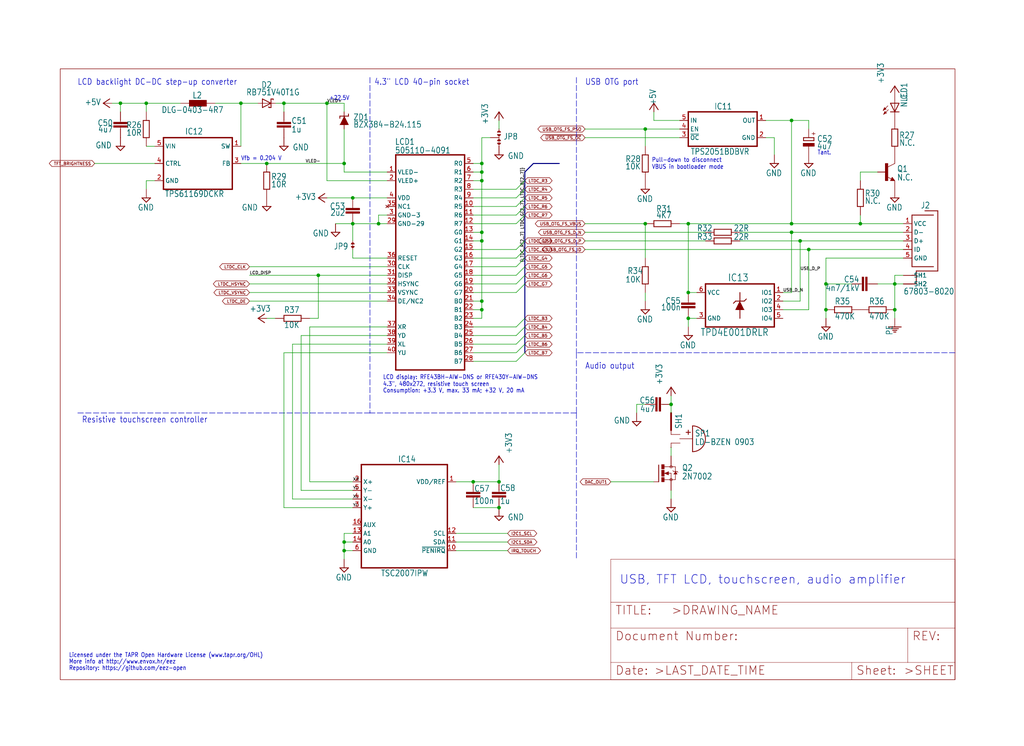
<source format=kicad_sch>
(kicad_sch (version 20211123) (generator eeschema)
  (paper "User" 302.311 220.269)
  (junction (at 83.82 30.48))
  (junction (at 142.24 48.26))
  (junction (at 139.7 142.24))
  (junction (at 78.74 48.26))
  (junction (at 142.24 88.9))
  (junction (at 142.24 53.34))
  (junction (at 243.84 83.82))
  (junction (at 238.76 73.66))
  (junction (at 203.2 86.36))
  (junction (at 101.6 160.02))
  (junction (at 93.98 81.28))
  (junction (at 142.24 71.12))
  (junction (at 96.52 30.48))
  (junction (at 142.24 50.8))
  (junction (at 71.12 30.48))
  (junction (at 254 66.04))
  (junction (at 101.6 48.26))
  (junction (at 264.16 91.44))
  (junction (at 101.6 162.56))
  (junction (at 233.68 66.04))
  (junction (at 264.16 83.82))
  (junction (at 142.24 91.44))
  (junction (at 203.2 66.04))
  (junction (at 243.84 91.44))
  (junction (at 233.68 35.56))
  (junction (at 203.2 93.98))
  (junction (at 147.32 149.86))
  (junction (at 190.5 38.1))
  (junction (at 43.18 30.48))
  (junction (at 104.14 58.42))
  (junction (at 236.22 71.12))
  (junction (at 147.32 142.24))
  (junction (at 111.76 66.04))
  (junction (at 104.14 66.04))
  (junction (at 198.12 119.38))
  (junction (at 190.5 66.04))
  (junction (at 233.68 68.58))
  (junction (at 35.56 30.48))
  (junction (at 142.24 68.58))
  (bus_entry (at 152.4 78.74) (size 2.54 -2.54))
  (bus_entry (at 152.4 104.14) (size 2.54 -2.54))
  (bus_entry (at 152.4 55.88) (size 2.54 -2.54))
  (bus_entry (at 152.4 83.82) (size 2.54 -2.54))
  (bus_entry (at 152.4 60.96) (size 2.54 -2.54))
  (bus_entry (at 152.4 106.68) (size 2.54 -2.54))
  (bus_entry (at 152.4 76.2) (size 2.54 -2.54))
  (bus_entry (at 152.4 73.66) (size 2.54 -2.54))
  (bus_entry (at 152.4 63.5) (size 2.54 -2.54))
  (bus_entry (at 152.4 86.36) (size 2.54 -2.54))
  (bus_entry (at 152.4 58.42) (size 2.54 -2.54))
  (bus_entry (at 152.4 96.52) (size 2.54 -2.54))
  (bus_entry (at 152.4 99.06) (size 2.54 -2.54))
  (bus_entry (at 152.4 66.04) (size 2.54 -2.54))
  (bus_entry (at 152.4 101.6) (size 2.54 -2.54))
  (bus_entry (at 152.4 81.28) (size 2.54 -2.54))
  (wire (pts (xy 259.08 50.8) (xy 254 50.8)))
  (wire (pts (xy 243.84 76.2) (xy 243.84 83.82)))
  (wire (pts (xy 134.62 142.24) (xy 139.7 142.24)))
  (bus (pts (xy 154.94 96.52) (xy 154.94 99.06)))
  (wire (pts (xy 200.66 66.04) (xy 203.2 66.04)))
  (polyline (pts (xy 281.94 104.14) (xy 170.18 104.14)))
  (wire (pts (xy 73.66 81.28) (xy 93.98 81.28)))
  (wire (pts (xy 226.06 40.64) (xy 228.6 40.64)))
  (wire (pts (xy 233.68 35.56) (xy 238.76 35.56)))
  (wire (pts (xy 88.9 144.78) (xy 88.9 99.06)))
  (wire (pts (xy 139.7 73.66) (xy 152.4 73.66)))
  (wire (pts (xy 101.6 38.1) (xy 101.6 48.26)))
  (bus (pts (xy 154.94 81.28) (xy 154.94 83.82)))
  (wire (pts (xy 111.76 66.04) (xy 111.76 63.5)))
  (wire (pts (xy 78.74 93.98) (xy 81.28 93.98)))
  (wire (pts (xy 200.66 38.1) (xy 190.5 38.1)))
  (wire (pts (xy 139.7 60.96) (xy 152.4 60.96)))
  (bus (pts (xy 154.94 63.5) (xy 154.94 71.12)))
  (polyline (pts (xy 109.22 121.92) (xy 22.86 121.92)))
  (wire (pts (xy 172.72 66.04) (xy 190.5 66.04)))
  (wire (pts (xy 205.74 86.36) (xy 203.2 86.36)))
  (wire (pts (xy 139.7 88.9) (xy 142.24 88.9)))
  (wire (pts (xy 172.72 73.66) (xy 238.76 73.66)))
  (wire (pts (xy 139.7 71.12) (xy 142.24 71.12)))
  (wire (pts (xy 139.7 78.74) (xy 152.4 78.74)))
  (bus (pts (xy 154.94 60.96) (xy 154.94 63.5)))
  (wire (pts (xy 243.84 91.44) (xy 243.84 93.98)))
  (wire (pts (xy 139.7 66.04) (xy 152.4 66.04)))
  (wire (pts (xy 81.28 30.48) (xy 83.82 30.48)))
  (wire (pts (xy 203.2 93.98) (xy 203.2 96.52)))
  (wire (pts (xy 101.6 48.26) (xy 101.6 50.8)))
  (wire (pts (xy 91.44 96.52) (xy 114.3 96.52)))
  (bus (pts (xy 154.94 55.88) (xy 154.94 58.42)))
  (wire (pts (xy 114.3 83.82) (xy 73.66 83.82)))
  (wire (pts (xy 86.36 147.32) (xy 86.36 101.6)))
  (wire (pts (xy 83.82 104.14) (xy 83.82 149.86)))
  (wire (pts (xy 104.14 160.02) (xy 101.6 160.02)))
  (wire (pts (xy 96.52 53.34) (xy 96.52 30.48)))
  (wire (pts (xy 238.76 35.56) (xy 238.76 38.1)))
  (wire (pts (xy 264.16 91.44) (xy 264.16 83.82)))
  (wire (pts (xy 266.7 81.28) (xy 264.16 81.28)))
  (polyline (pts (xy 170.18 104.14) (xy 170.18 121.92)))
  (wire (pts (xy 43.18 33.02) (xy 43.18 30.48)))
  (wire (pts (xy 142.24 68.58) (xy 142.24 53.34)))
  (wire (pts (xy 139.7 86.36) (xy 152.4 86.36)))
  (wire (pts (xy 86.36 101.6) (xy 114.3 101.6)))
  (wire (pts (xy 147.32 35.56) (xy 147.32 38.1)))
  (wire (pts (xy 142.24 53.34) (xy 142.24 50.8)))
  (wire (pts (xy 231.14 91.44) (xy 238.76 91.44)))
  (wire (pts (xy 266.7 83.82) (xy 264.16 83.82)))
  (wire (pts (xy 139.7 53.34) (xy 142.24 53.34)))
  (wire (pts (xy 254 50.8) (xy 254 53.34)))
  (wire (pts (xy 101.6 162.56) (xy 101.6 165.1)))
  (wire (pts (xy 142.24 40.64) (xy 142.24 48.26)))
  (wire (pts (xy 198.12 134.62) (xy 198.12 132.08)))
  (wire (pts (xy 139.7 48.26) (xy 142.24 48.26)))
  (wire (pts (xy 233.68 66.04) (xy 254 66.04)))
  (wire (pts (xy 134.62 157.48) (xy 149.86 157.48)))
  (wire (pts (xy 254 63.5) (xy 254 66.04)))
  (wire (pts (xy 266.7 76.2) (xy 243.84 76.2)))
  (wire (pts (xy 139.7 149.86) (xy 147.32 149.86)))
  (bus (pts (xy 154.94 93.98) (xy 154.94 96.52)))
  (wire (pts (xy 254 66.04) (xy 266.7 66.04)))
  (wire (pts (xy 104.14 147.32) (xy 86.36 147.32)))
  (wire (pts (xy 101.6 50.8) (xy 114.3 50.8)))
  (wire (pts (xy 139.7 68.58) (xy 142.24 68.58)))
  (wire (pts (xy 104.14 66.04) (xy 99.06 66.04)))
  (wire (pts (xy 200.66 40.64) (xy 172.72 40.64)))
  (wire (pts (xy 190.5 76.2) (xy 190.5 66.04)))
  (wire (pts (xy 114.3 88.9) (xy 73.66 88.9)))
  (wire (pts (xy 142.24 88.9) (xy 142.24 71.12)))
  (bus (pts (xy 157.48 48.26) (xy 165.1 48.26)))
  (wire (pts (xy 139.7 83.82) (xy 152.4 83.82)))
  (wire (pts (xy 104.14 142.24) (xy 91.44 142.24)))
  (wire (pts (xy 101.6 160.02) (xy 101.6 162.56)))
  (polyline (pts (xy 170.18 121.92) (xy 109.22 121.92)))
  (bus (pts (xy 154.94 78.74) (xy 154.94 81.28)))
  (wire (pts (xy 93.98 81.28) (xy 93.98 93.98)))
  (wire (pts (xy 228.6 40.64) (xy 228.6 45.72)))
  (wire (pts (xy 218.44 71.12) (xy 236.22 71.12)))
  (wire (pts (xy 264.16 83.82) (xy 264.16 81.28)))
  (wire (pts (xy 104.14 66.04) (xy 111.76 66.04)))
  (wire (pts (xy 101.6 162.56) (xy 104.14 162.56)))
  (wire (pts (xy 114.3 78.74) (xy 73.66 78.74)))
  (wire (pts (xy 104.14 58.42) (xy 96.52 58.42)))
  (wire (pts (xy 45.72 48.26) (xy 27.94 48.26)))
  (wire (pts (xy 243.84 83.82) (xy 243.84 91.44)))
  (wire (pts (xy 114.3 58.42) (xy 104.14 58.42)))
  (wire (pts (xy 139.7 58.42) (xy 152.4 58.42)))
  (wire (pts (xy 139.7 142.24) (xy 147.32 142.24)))
  (wire (pts (xy 142.24 71.12) (xy 142.24 68.58)))
  (wire (pts (xy 205.74 93.98) (xy 203.2 93.98)))
  (bus (pts (xy 154.94 76.2) (xy 154.94 78.74)))
  (wire (pts (xy 139.7 76.2) (xy 152.4 76.2)))
  (wire (pts (xy 134.62 162.56) (xy 149.86 162.56)))
  (wire (pts (xy 142.24 48.26) (xy 142.24 50.8)))
  (wire (pts (xy 83.82 104.14) (xy 114.3 104.14)))
  (wire (pts (xy 43.18 43.18) (xy 45.72 43.18)))
  (wire (pts (xy 101.6 157.48) (xy 101.6 160.02)))
  (polyline (pts (xy 170.18 22.86) (xy 170.18 104.14)))
  (wire (pts (xy 203.2 66.04) (xy 203.2 86.36)))
  (wire (pts (xy 114.3 63.5) (xy 111.76 63.5)))
  (wire (pts (xy 142.24 93.98) (xy 142.24 91.44)))
  (wire (pts (xy 114.3 86.36) (xy 73.66 86.36)))
  (wire (pts (xy 78.74 48.26) (xy 101.6 48.26)))
  (bus (pts (xy 154.94 53.34) (xy 154.94 55.88)))
  (wire (pts (xy 200.66 35.56) (xy 193.04 35.56)))
  (wire (pts (xy 139.7 55.88) (xy 152.4 55.88)))
  (wire (pts (xy 139.7 99.06) (xy 152.4 99.06)))
  (wire (pts (xy 190.5 119.38) (xy 187.96 119.38)))
  (wire (pts (xy 114.3 53.34) (xy 96.52 53.34)))
  (wire (pts (xy 139.7 106.68) (xy 152.4 106.68)))
  (wire (pts (xy 71.12 43.18) (xy 71.12 30.48)))
  (wire (pts (xy 190.5 38.1) (xy 172.72 38.1)))
  (wire (pts (xy 218.44 68.58) (xy 233.68 68.58)))
  (wire (pts (xy 43.18 53.34) (xy 43.18 55.88)))
  (bus (pts (xy 154.94 50.8) (xy 154.94 53.34)))
  (wire (pts (xy 187.96 121.92) (xy 187.96 119.38)))
  (polyline (pts (xy 170.18 121.92) (xy 170.18 165.1)))
  (wire (pts (xy 236.22 71.12) (xy 266.7 71.12)))
  (wire (pts (xy 83.82 30.48) (xy 96.52 30.48)))
  (wire (pts (xy 71.12 48.26) (xy 78.74 48.26)))
  (wire (pts (xy 104.14 71.12) (xy 104.14 66.04)))
  (wire (pts (xy 134.62 160.02) (xy 149.86 160.02)))
  (wire (pts (xy 93.98 93.98) (xy 91.44 93.98)))
  (wire (pts (xy 259.08 83.82) (xy 264.16 83.82)))
  (wire (pts (xy 208.28 68.58) (xy 172.72 68.58)))
  (wire (pts (xy 172.72 71.12) (xy 208.28 71.12)))
  (wire (pts (xy 139.7 91.44) (xy 142.24 91.44)))
  (wire (pts (xy 238.76 91.44) (xy 238.76 73.66)))
  (wire (pts (xy 101.6 30.48) (xy 101.6 33.02)))
  (wire (pts (xy 233.68 86.36) (xy 233.68 68.58)))
  (wire (pts (xy 104.14 149.86) (xy 83.82 149.86)))
  (wire (pts (xy 104.14 73.66) (xy 104.14 76.2)))
  (wire (pts (xy 139.7 81.28) (xy 152.4 81.28)))
  (wire (pts (xy 142.24 91.44) (xy 142.24 88.9)))
  (wire (pts (xy 35.56 33.02) (xy 35.56 30.48)))
  (bus (pts (xy 154.94 50.8) (xy 157.48 48.26)))
  (wire (pts (xy 104.14 144.78) (xy 88.9 144.78)))
  (wire (pts (xy 264.16 93.98) (xy 264.16 91.44)))
  (wire (pts (xy 193.04 142.24) (xy 180.34 142.24)))
  (bus (pts (xy 154.94 58.42) (xy 154.94 60.96)))
  (wire (pts (xy 231.14 88.9) (xy 236.22 88.9)))
  (wire (pts (xy 198.12 147.32) (xy 198.12 144.78)))
  (wire (pts (xy 139.7 96.52) (xy 152.4 96.52)))
  (wire (pts (xy 104.14 76.2) (xy 114.3 76.2)))
  (wire (pts (xy 45.72 53.34) (xy 43.18 53.34)))
  (bus (pts (xy 154.94 99.06) (xy 154.94 101.6)))
  (wire (pts (xy 236.22 88.9) (xy 236.22 71.12)))
  (wire (pts (xy 233.68 35.56) (xy 233.68 66.04)))
  (wire (pts (xy 139.7 50.8) (xy 142.24 50.8)))
  (wire (pts (xy 111.76 66.04) (xy 114.3 66.04)))
  (wire (pts (xy 35.56 30.48) (xy 43.18 30.48)))
  (wire (pts (xy 63.5 30.48) (xy 71.12 30.48)))
  (wire (pts (xy 198.12 119.38) (xy 198.12 116.84)))
  (wire (pts (xy 43.18 30.48) (xy 53.34 30.48)))
  (wire (pts (xy 198.12 121.92) (xy 198.12 119.38)))
  (wire (pts (xy 190.5 43.18) (xy 190.5 38.1)))
  (wire (pts (xy 193.04 35.56) (xy 193.04 33.02)))
  (wire (pts (xy 233.68 68.58) (xy 266.7 68.58)))
  (wire (pts (xy 35.56 30.48) (xy 33.02 30.48)))
  (wire (pts (xy 238.76 73.66) (xy 266.7 73.66)))
  (bus (pts (xy 154.94 71.12) (xy 154.94 73.66)))
  (wire (pts (xy 139.7 101.6) (xy 152.4 101.6)))
  (bus (pts (xy 154.94 73.66) (xy 154.94 76.2)))
  (wire (pts (xy 226.06 35.56) (xy 233.68 35.56)))
  (wire (pts (xy 139.7 63.5) (xy 152.4 63.5)))
  (wire (pts (xy 144.78 40.64) (xy 142.24 40.64)))
  (wire (pts (xy 71.12 30.48) (xy 76.2 30.48)))
  (wire (pts (xy 83.82 30.48) (xy 83.82 33.02)))
  (bus (pts (xy 154.94 83.82) (xy 154.94 93.98)))
  (wire (pts (xy 203.2 66.04) (xy 233.68 66.04)))
  (wire (pts (xy 114.3 81.28) (xy 93.98 81.28)))
  (wire (pts (xy 190.5 88.9) (xy 190.5 86.36)))
  (wire (pts (xy 251.46 83.82) (xy 243.84 83.82)))
  (wire (pts (xy 91.44 142.24) (xy 91.44 96.52)))
  (bus (pts (xy 154.94 101.6) (xy 154.94 104.14)))
  (wire (pts (xy 139.7 104.14) (xy 152.4 104.14)))
  (wire (pts (xy 104.14 157.48) (xy 101.6 157.48)))
  (wire (pts (xy 139.7 93.98) (xy 142.24 93.98)))
  (wire (pts (xy 88.9 99.06) (xy 114.3 99.06)))
  (wire (pts (xy 231.14 86.36) (xy 233.68 86.36)))
  (wire (pts (xy 147.32 142.24) (xy 147.32 137.16)))
  (polyline (pts (xy 109.22 22.86) (xy 109.22 121.92)))
  (wire (pts (xy 96.52 30.48) (xy 101.6 30.48)))
  (text "Resistive touchscreen controller" (at 24.13 125.095 180) (effects (font (size 1.778 1.5113)) (justify left bottom)))
  (text "Tant." (at 241.3 44.45 180) (effects (font (size 1.27 1.0795)) (justify left top)))
  (text "+22.5V" (at 97.155 29.845 180) (effects (font (size 1.27 1.0795)) (justify left bottom)))
  (text "Audio output" (at 172.72 109.22 180) (effects (font (size 1.778 1.5113)) (justify left bottom)))
  (text "Licensed under the TAPR Open Hardware License (www.tapr.org/OHL)" (at 20.32 194.31 180) (effects (font (size 1.27 1.0795)) (justify left bottom)))
  (text "Pull-down to disconnect\nVBUS in bootloader mode" (at 192.405 50.165 180) (effects (font (size 1.27 1.0795)) (justify left bottom)))
  (text "LCD backlight DC-DC step-up converter" (at 22.86 25.4 180) (effects (font (size 1.778 1.5113)) (justify left bottom)))
  (text "USB, TFT LCD, touchscreen, audio amplifier" (at 182.88 172.72 180) (effects (font (size 2.54 2.54)) (justify left bottom)))
  (text "LCD display: RFE43BH-AIW-DNS or RFE430Y-AIW-DNS\n4.3\", 480x272, resistive touch screen" (at 113.03 114.3 180) (effects (font (size 1.27 1.0795)) (justify left bottom)))
  (text "Repository: https://github.com/eez-open" (at 20.32 198.12 180) (effects (font (size 1.27 1.0795)) (justify left bottom)))
  (text "Vfb = 0.204 V" (at 71.12 47.625 180) (effects (font (size 1.27 1.0795)) (justify left bottom)))
  (text "More info at http://www.envox.hr/eez" (at 20.32 196.215 180) (effects (font (size 1.27 1.0795)) (justify left bottom)))
  (text "USB OTG port" (at 172.72 25.4 180) (effects (font (size 1.778 1.5113)) (justify left bottom)))
  (text "Consumption: +3.3 V, max. 33 mA; +32 V, 20 mA" (at 113.03 116.205 180) (effects (font (size 1.27 1.0795)) (justify left bottom)))
  (text "4.3\" LCD 40-pin socket" (at 110.49 25.4 180) (effects (font (size 1.778 1.5113)) (justify left bottom)))
  (label "{LTDC_R[2..7] LTDC_G[2..7] LTDC_B[2..7]}" (at 154.94 77.47 90) (effects (font (size 0.889 0.889))))
  (label "USB_D_N" (at 231.14 86.36 0) (effects (font (size 0.889 0.889))))
  (label "XL" (at 104.14 147.32 0) (effects (font (size 0.889 0.889))))
  (label "LCD_DISP" (at 73.66 81.28 0) (effects (font (size 0.889 0.889))))
  (label "VLED-" (at 90.17 48.26 0) (effects (font (size 0.889 0.889))))
  (label "YD" (at 104.14 144.78 0) (effects (font (size 0.889 0.889))))
  (label "USB_D_P" (at 236.22 80.01 0) (effects (font (size 0.889 0.889))))
  (label "VLED+" (at 96.52 30.48 0) (effects (font (size 0.889 0.889))))
  (label "YU" (at 104.14 149.86 0) (effects (font (size 0.889 0.889))))
  (label "XR" (at 104.14 142.24 0) (effects (font (size 0.889 0.889))))
  (global_label "LTDC_HSYNC" (shape bidirectional) (at 73.66 83.82 180) (effects (font (size 0.889 0.889))) (property "Intersheet References" "${INTERSHEET_REFS}" (effects hide)))
  (global_label "LTDC_G4" (shape bidirectional) (at 154.94 76.2 0) (effects (font (size 0.889 0.889))) (property "Intersheet References" "${INTERSHEET_REFS}" (effects hide)))
  (global_label "LTDC_G2" (shape bidirectional) (at 154.94 71.12 0) (effects (font (size 0.889 0.889))) (property "Intersheet References" "${INTERSHEET_REFS}" (effects hide)))
  (global_label "LTDC_R6" (shape bidirectional) (at 154.94 60.96 0) (effects (font (size 0.889 0.889))) (property "Intersheet References" "${INTERSHEET_REFS}" (effects hide)))
  (global_label "USB_OTG_FS_ID" (shape bidirectional) (at 172.72 73.66 180) (effects (font (size 0.889 0.889))) (property "Intersheet References" "${INTERSHEET_REFS}" (effects hide)))
  (global_label "LTDC_B3" (shape bidirectional) (at 154.94 93.98 0) (effects (font (size 0.889 0.889))) (property "Intersheet References" "${INTERSHEET_REFS}" (effects hide)))
  (global_label "USB_OTG_FS_D_P" (shape bidirectional) (at 172.72 71.12 180) (effects (font (size 0.889 0.889))) (property "Intersheet References" "${INTERSHEET_REFS}" (effects hide)))
  (global_label "LTDC_CLK" (shape bidirectional) (at 73.66 78.74 180) (effects (font (size 0.889 0.889))) (property "Intersheet References" "${INTERSHEET_REFS}" (effects hide)))
  (global_label "~{USB_OTG_FS_OC}" (shape bidirectional) (at 172.72 40.64 180) (effects (font (size 0.889 0.889))) (property "Intersheet References" "${INTERSHEET_REFS}" (effects hide)))
  (global_label "LTDC_R3" (shape bidirectional) (at 154.94 53.34 0) (effects (font (size 0.889 0.889))) (property "Intersheet References" "${INTERSHEET_REFS}" (effects hide)))
  (global_label "LTDC_R5" (shape bidirectional) (at 154.94 58.42 0) (effects (font (size 0.889 0.889))) (property "Intersheet References" "${INTERSHEET_REFS}" (effects hide)))
  (global_label "USB_OTG_FS_PSO" (shape bidirectional) (at 172.72 38.1 180) (effects (font (size 0.889 0.889))) (property "Intersheet References" "${INTERSHEET_REFS}" (effects hide)))
  (global_label "LTDC_DE" (shape bidirectional) (at 73.66 88.9 180) (effects (font (size 0.889 0.889))) (property "Intersheet References" "${INTERSHEET_REFS}" (effects hide)))
  (global_label "TFT_BRIGHTNESS" (shape bidirectional) (at 27.94 48.26 180) (effects (font (size 0.889 0.889))) (property "Intersheet References" "${INTERSHEET_REFS}" (effects hide)))
  (global_label "USB_OTG_FS_D_N" (shape bidirectional) (at 172.72 68.58 180) (effects (font (size 0.889 0.889))) (property "Intersheet References" "${INTERSHEET_REFS}" (effects hide)))
  (global_label "LTDC_G3" (shape bidirectional) (at 154.94 73.66 0) (effects (font (size 0.889 0.889))) (property "Intersheet References" "${INTERSHEET_REFS}" (effects hide)))
  (global_label "LTDC_B4" (shape bidirectional) (at 154.94 96.52 0) (effects (font (size 0.889 0.889))) (property "Intersheet References" "${INTERSHEET_REFS}" (effects hide)))
  (global_label "LTDC_B6" (shape bidirectional) (at 154.94 101.6 0) (effects (font (size 0.889 0.889))) (property "Intersheet References" "${INTERSHEET_REFS}" (effects hide)))
  (global_label "LTDC_G5" (shape bidirectional) (at 154.94 78.74 0) (effects (font (size 0.889 0.889))) (property "Intersheet References" "${INTERSHEET_REFS}" (effects hide)))
  (global_label "LTDC_G6" (shape bidirectional) (at 154.94 81.28 0) (effects (font (size 0.889 0.889))) (property "Intersheet References" "${INTERSHEET_REFS}" (effects hide)))
  (global_label "LTDC_B7" (shape bidirectional) (at 154.94 104.14 0) (effects (font (size 0.889 0.889))) (property "Intersheet References" "${INTERSHEET_REFS}" (effects hide)))
  (global_label "LTDC_G7" (shape bidirectional) (at 154.94 83.82 0) (effects (font (size 0.889 0.889))) (property "Intersheet References" "${INTERSHEET_REFS}" (effects hide)))
  (global_label "LTDC_R4" (shape bidirectional) (at 154.94 55.88 0) (effects (font (size 0.889 0.889))) (property "Intersheet References" "${INTERSHEET_REFS}" (effects hide)))
  (global_label "I2C1_SDA" (shape bidirectional) (at 149.86 160.02 0) (effects (font (size 0.889 0.889))) (property "Intersheet References" "${INTERSHEET_REFS}" (effects hide)))
  (global_label "LTDC_R7" (shape bidirectional) (at 154.94 63.5 0) (effects (font (size 0.889 0.889))) (property "Intersheet References" "${INTERSHEET_REFS}" (effects hide)))
  (global_label "LTDC_B5" (shape bidirectional) (at 154.94 99.06 0) (effects (font (size 0.889 0.889))) (property "Intersheet References" "${INTERSHEET_REFS}" (effects hide)))
  (global_label "LTDC_VSYNC" (shape bidirectional) (at 73.66 86.36 180) (effects (font (size 0.889 0.889))) (property "Intersheet References" "${INTERSHEET_REFS}" (effects hide)))
  (global_label "DAC_OUT1" (shape bidirectional) (at 180.34 142.24 180) (effects (font (size 0.889 0.889))) (property "Intersheet References" "${INTERSHEET_REFS}" (effects hide)))
  (global_label "IRQ_TOUCH" (shape bidirectional) (at 149.86 162.56 0) (effects (font (size 0.889 0.889))) (property "Intersheet References" "${INTERSHEET_REFS}" (effects hide)))
  (global_label "USB_OTG_FS_VBUS" (shape bidirectional) (at 172.72 66.04 180) (effects (font (size 0.889 0.889))) (property "Intersheet References" "${INTERSHEET_REFS}" (effects hide)))
  (global_label "I2C1_SCL" (shape bidirectional) (at 149.86 157.48 0) (effects (font (size 0.889 0.889))) (property "Intersheet References" "${INTERSHEET_REFS}" (effects hide)))
  (symbol (lib_id "EEZ_DIB_MCU_r3B4-eagle-import:GND") (at 198.12 149.86 0) (unit 1)
    (property "Reference" "#SUPPLY061" (effects hide))
    (property "Value" "GND" (at 195.58 153.67 0) (effects (font (size 1.778 1.5113)) (justify left bottom)))
    (property "Footprint" "EEZ_DIB_MCU_r3B4:" (effects hide))
  )
  (symbol (lib_id "EEZ_DIB_MCU_r3B4-eagle-import:C-EUC0805") (at 83.82 35.56 0) (mirror y) (unit 1)
    (property "Reference" "C51" (at 85.979 34.671 0) (effects (font (size 1.778 1.5113)) (justify right top)))
    (property "Value" "1u" (at 85.979 37.211 0) (effects (font (size 1.778 1.5113)) (justify right top)))
    (property "Footprint" "EEZ_DIB_MCU_r3B4:C0805" (effects hide))
  )
  (symbol (lib_id "EEZ_DIB_MCU_r3B4-eagle-import:GND") (at 243.84 96.52 0) (unit 1)
    (property "Reference" "#SUPPLY058" (effects hide))
    (property "Value" "GND" (at 241.3 100.33 0) (effects (font (size 1.778 1.5113)) (justify left bottom)))
    (property "Footprint" "EEZ_DIB_MCU_r3B4:" (effects hide))
  )
  (symbol (lib_id "EEZ_DIB_MCU_r3B4-eagle-import:R-EU_R0805") (at 259.08 91.44 180) (unit 1)
    (property "Reference" "R36" (at 256.54 89.916 0) (effects (font (size 1.778 1.5113)) (justify right top)))
    (property "Value" "470K" (at 256.54 94.361 0) (effects (font (size 1.778 1.5113)) (justify right top)))
    (property "Footprint" "EEZ_DIB_MCU_r3B4:R0805" (effects hide))
  )
  (symbol (lib_id "EEZ_DIB_MCU_r3B4-eagle-import:RFE430Y-AIW-DNS") (at 127 76.2 0) (mirror y) (unit 1)
    (property "Reference" "LCD1" (at 116.5606 40.8686 0) (effects (font (size 1.778 1.5113)) (justify right top)))
    (property "Value" "505110-4091" (at 116.5606 43.4086 0) (effects (font (size 1.778 1.5113)) (justify right top)))
    (property "Footprint" "EEZ_DIB_MCU_r3B4:FPC_40" (effects hide))
  )
  (symbol (lib_id "EEZ_DIB_MCU_r3B4-eagle-import:R-EU_R0805") (at 264.16 40.64 270) (mirror x) (unit 1)
    (property "Reference" "R27" (at 265.43 38.9636 90) (effects (font (size 1.778 1.5113)) (justify left bottom)))
    (property "Value" "N.C." (at 265.43 41.148 90) (effects (font (size 1.778 1.5113)) (justify left bottom)))
    (property "Footprint" "EEZ_DIB_MCU_r3B4:R0805" (effects hide))
  )
  (symbol (lib_id "EEZ_DIB_MCU_r3B4-eagle-import:+3V3") (at 76.2 93.98 90) (unit 1)
    (property "Reference" "#+3V0328" (effects hide))
    (property "Value" "+3V3" (at 73.66 92.075 90) (effects (font (size 1.778 1.5113)) (justify right top)))
    (property "Footprint" "EEZ_DIB_MCU_r3B4:" (effects hide))
  )
  (symbol (lib_id "EEZ_DIB_MCU_r3B4-eagle-import:GND") (at 187.96 124.46 0) (unit 1)
    (property "Reference" "#SUPPLY060" (effects hide))
    (property "Value" "GND" (at 186.055 125.095 0) (effects (font (size 1.778 1.5113)) (justify right bottom)))
    (property "Footprint" "EEZ_DIB_MCU_r3B4:" (effects hide))
  )
  (symbol (lib_id "EEZ_DIB_MCU_r3B4-eagle-import:R-EU_R0805") (at 86.36 93.98 180) (unit 1)
    (property "Reference" "R37" (at 83.82 92.456 0) (effects (font (size 1.778 1.5113)) (justify right top)))
    (property "Value" "10K" (at 83.82 96.901 0) (effects (font (size 1.778 1.5113)) (justify right top)))
    (property "Footprint" "EEZ_DIB_MCU_r3B4:R0805" (effects hide))
  )
  (symbol (lib_id "EEZ_DIB_MCU_r3B4-eagle-import:R-EU_R0805") (at 254 58.42 270) (mirror x) (unit 1)
    (property "Reference" "R30" (at 255.27 56.1086 90) (effects (font (size 1.778 1.5113)) (justify left bottom)))
    (property "Value" "N.C." (at 255.27 58.293 90) (effects (font (size 1.778 1.5113)) (justify left bottom)))
    (property "Footprint" "EEZ_DIB_MCU_r3B4:R0805" (effects hide))
  )
  (symbol (lib_id "EEZ_DIB_MCU_r3B4-eagle-import:LD-BZEN-COMBO") (at 203.2 129.54 0) (unit 1)
    (property "Reference" "SP1" (at 205.105 128.905 0) (effects (font (size 1.778 1.5113)) (justify left bottom)))
    (property "Value" "LD-BZEN 0903" (at 205.105 131.445 0) (effects (font (size 1.778 1.5113)) (justify left bottom)))
    (property "Footprint" "EEZ_DIB_MCU_r3B4:LD-BZEN_COMBO" (effects hide))
  )
  (symbol (lib_id "EEZ_DIB_MCU_r3B4-eagle-import:TPD4E001-DRL") (at 218.44 88.9 0) (mirror y) (unit 1)
    (property "Reference" "IC13" (at 221.107 83.1088 0) (effects (font (size 2.0828 1.7703)) (justify left bottom)))
    (property "Value" "TPD4E001DRLR" (at 227.0252 99.2378 0) (effects (font (size 2.0828 1.7703)) (justify left bottom)))
    (property "Footprint" "EEZ_DIB_MCU_r3B4:DRL6" (effects hide))
  )
  (symbol (lib_id "EEZ_DIB_MCU_r3B4-eagle-import:DINA4_L") (at 180.34 200.66 0) (unit 2)
    (property "Reference" "#FRAME4" (effects hide))
    (property "Value" "DINA4_L" (effects hide))
    (property "Footprint" "EEZ_DIB_MCU_r3B4:" (effects hide))
  )
  (symbol (lib_id "EEZ_DIB_MCU_r3B4-eagle-import:+3V3") (at 264.16 25.4 0) (unit 1)
    (property "Reference" "#+3V0325" (effects hide))
    (property "Value" "+3V3" (at 260.985 24.765 90) (effects (font (size 1.778 1.5113)) (justify left bottom)))
    (property "Footprint" "EEZ_DIB_MCU_r3B4:" (effects hide))
  )
  (symbol (lib_id "EEZ_DIB_MCU_r3B4-eagle-import:R-EU_R0805") (at 213.36 71.12 0) (mirror y) (unit 1)
    (property "Reference" "R33" (at 205.74 70.866 0) (effects (font (size 1.778 1.5113)) (justify right bottom)))
    (property "Value" "22R" (at 216.535 70.866 0) (effects (font (size 1.778 1.5113)) (justify right bottom)))
    (property "Footprint" "EEZ_DIB_MCU_r3B4:R0805" (effects hide))
  )
  (symbol (lib_id "EEZ_DIB_MCU_r3B4-eagle-import:GND") (at 43.18 58.42 0) (unit 1)
    (property "Reference" "#SUPPLY053" (effects hide))
    (property "Value" "GND" (at 40.64 62.23 0) (effects (font (size 1.778 1.5113)) (justify left bottom)))
    (property "Footprint" "EEZ_DIB_MCU_r3B4:" (effects hide))
  )
  (symbol (lib_id "EEZ_DIB_MCU_r3B4-eagle-import:+5V") (at 30.48 30.48 90) (mirror x) (unit 1)
    (property "Reference" "#P+07" (effects hide))
    (property "Value" "+5V" (at 29.845 31.115 90) (effects (font (size 1.778 1.5113)) (justify left bottom)))
    (property "Footprint" "EEZ_DIB_MCU_r3B4:" (effects hide))
  )
  (symbol (lib_id "EEZ_DIB_MCU_r3B4-eagle-import:SHORTNOHOLE") (at 198.12 124.46 270) (mirror x) (unit 1)
    (property "Reference" "SH1" (at 199.39 126.6825 0) (effects (font (size 1.778 1.5113)) (justify left bottom)))
    (property "Footprint" "EEZ_DIB_MCU_r3B4:SHORT_NOHOLE" (effects hide))
  )
  (symbol (lib_id "EEZ_DIB_MCU_r3B4-eagle-import:GND") (at 101.6 167.64 0) (unit 1)
    (property "Reference" "#SUPPLY063" (effects hide))
    (property "Value" "GND" (at 99.06 171.45 0) (effects (font (size 1.778 1.5113)) (justify left bottom)))
    (property "Footprint" "EEZ_DIB_MCU_r3B4:" (effects hide))
  )
  (symbol (lib_id "EEZ_DIB_MCU_r3B4-eagle-import:R-EU_R0805") (at 248.92 91.44 180) (unit 1)
    (property "Reference" "R35" (at 246.38 89.916 0) (effects (font (size 1.778 1.5113)) (justify right top)))
    (property "Value" "470K" (at 246.38 94.361 0) (effects (font (size 1.778 1.5113)) (justify right top)))
    (property "Footprint" "EEZ_DIB_MCU_r3B4:R0805" (effects hide))
  )
  (symbol (lib_id "EEZ_DIB_MCU_r3B4-eagle-import:C-EUC0603") (at 139.7 147.32 0) (mirror x) (unit 1)
    (property "Reference" "C57" (at 139.954 143.256 0) (effects (font (size 1.778 1.5113)) (justify left bottom)))
    (property "Value" "100n" (at 139.954 148.844 0) (effects (font (size 1.778 1.5113)) (justify left top)))
    (property "Footprint" "EEZ_DIB_MCU_r3B4:C0603" (effects hide))
  )
  (symbol (lib_id "EEZ_DIB_MCU_r3B4-eagle-import:PE") (at 264.16 96.52 0) (unit 1)
    (property "Reference" "#PE02" (effects hide))
    (property "Value" "PE" (at 261.62 95.885 90) (effects (font (size 1.778 1.5113)) (justify right top)))
    (property "Footprint" "EEZ_DIB_MCU_r3B4:" (effects hide))
  )
  (symbol (lib_id "EEZ_DIB_MCU_r3B4-eagle-import:R-EU_R0805") (at 195.58 66.04 0) (mirror y) (unit 1)
    (property "Reference" "R31" (at 193.675 62.611 0) (effects (font (size 1.778 1.5113)) (justify right bottom)))
    (property "Value" "4K7" (at 193.675 64.516 0) (effects (font (size 1.778 1.5113)) (justify right bottom)))
    (property "Footprint" "EEZ_DIB_MCU_r3B4:R0805" (effects hide))
  )
  (symbol (lib_id "EEZ_DIB_MCU_r3B4-eagle-import:+3V3") (at 198.12 114.3 0) (unit 1)
    (property "Reference" "#+3V0329" (effects hide))
    (property "Value" "+3V3" (at 195.58 113.665 90) (effects (font (size 1.778 1.5113)) (justify left bottom)))
    (property "Footprint" "EEZ_DIB_MCU_r3B4:" (effects hide))
  )
  (symbol (lib_id "EEZ_DIB_MCU_r3B4-eagle-import:+3V3") (at 147.32 33.02 0) (mirror y) (unit 1)
    (property "Reference" "#+3V0326" (effects hide))
    (property "Value" "+3V3" (at 144.145 30.48 90) (effects (font (size 1.778 1.5113)) (justify right top)))
    (property "Footprint" "EEZ_DIB_MCU_r3B4:" (effects hide))
  )
  (symbol (lib_id "EEZ_DIB_MCU_r3B4-eagle-import:DE0403") (at 58.42 30.48 0) (unit 1)
    (property "Reference" "L2" (at 59.69 29.1084 0) (effects (font (size 1.778 1.5113)) (justify right bottom)))
    (property "Value" "DLG-0403-4R7" (at 66.04 33.401 0) (effects (font (size 1.778 1.5113)) (justify right bottom)))
    (property "Footprint" "EEZ_DIB_MCU_r3B4:DE0403" (effects hide))
  )
  (symbol (lib_id "EEZ_DIB_MCU_r3B4-eagle-import:+3V3") (at 147.32 134.62 0) (unit 1)
    (property "Reference" "#+3V0330" (effects hide))
    (property "Value" "+3V3" (at 149.225 133.985 90) (effects (font (size 1.778 1.5113)) (justify left top)))
    (property "Footprint" "EEZ_DIB_MCU_r3B4:" (effects hide))
  )
  (symbol (lib_id "EEZ_DIB_MCU_r3B4-eagle-import:GND") (at 83.82 43.18 0) (unit 1)
    (property "Reference" "#SUPPLY048" (effects hide))
    (property "Value" "GND" (at 86.36 44.45 0) (effects (font (size 1.778 1.5113)) (justify left bottom)))
    (property "Footprint" "EEZ_DIB_MCU_r3B4:" (effects hide))
  )
  (symbol (lib_id "EEZ_DIB_MCU_r3B4-eagle-import:C-EUC1206") (at 193.04 119.38 90) (unit 1)
    (property "Reference" "C56" (at 193.421 117.221 90) (effects (font (size 1.778 1.5113)) (justify left bottom)))
    (property "Value" "4u7" (at 193.421 119.761 90) (effects (font (size 1.778 1.5113)) (justify left bottom)))
    (property "Footprint" "EEZ_DIB_MCU_r3B4:C1206" (effects hide))
  )
  (symbol (lib_id "EEZ_DIB_MCU_r3B4-eagle-import:TSC2007IPW") (at 119.38 152.4 0) (unit 1)
    (property "Reference" "IC14" (at 117.475 136.525 0) (effects (font (size 1.778 1.5113)) (justify left bottom)))
    (property "Value" "TSC2007IPW" (at 112.395 170.18 0) (effects (font (size 1.778 1.5113)) (justify left bottom)))
    (property "Footprint" "EEZ_DIB_MCU_r3B4:PW(R-PDSO-G16)" (effects hide))
  )
  (symbol (lib_id "EEZ_DIB_MCU_r3B4-eagle-import:GND") (at 147.32 152.4 0) (unit 1)
    (property "Reference" "#SUPPLY062" (effects hide))
    (property "Value" "GND" (at 149.86 153.67 0) (effects (font (size 1.778 1.5113)) (justify left bottom)))
    (property "Footprint" "EEZ_DIB_MCU_r3B4:" (effects hide))
  )
  (symbol (lib_id "EEZ_DIB_MCU_r3B4-eagle-import:GND") (at 190.5 91.44 0) (unit 1)
    (property "Reference" "#SUPPLY057" (effects hide))
    (property "Value" "GND" (at 187.96 95.25 0) (effects (font (size 1.778 1.5113)) (justify left bottom)))
    (property "Footprint" "EEZ_DIB_MCU_r3B4:" (effects hide))
  )
  (symbol (lib_id "EEZ_DIB_MCU_r3B4-eagle-import:GND") (at 78.74 60.96 0) (unit 1)
    (property "Reference" "#SUPPLY055" (effects hide))
    (property "Value" "GND" (at 76.2 62.23 0) (effects (font (size 1.778 1.5113)) (justify right bottom)))
    (property "Footprint" "EEZ_DIB_MCU_r3B4:" (effects hide))
  )
  (symbol (lib_id "EEZ_DIB_MCU_r3B4-eagle-import:GND") (at 147.32 45.72 0) (unit 1)
    (property "Reference" "#SUPPLY049" (effects hide))
    (property "Value" "GND" (at 149.86 46.99 0) (effects (font (size 1.778 1.5113)) (justify left bottom)))
    (property "Footprint" "EEZ_DIB_MCU_r3B4:" (effects hide))
  )
  (symbol (lib_id "EEZ_DIB_MCU_r3B4-eagle-import:GND") (at 35.56 43.18 0) (unit 1)
    (property "Reference" "#SUPPLY047" (effects hide))
    (property "Value" "GND" (at 33.02 41.91 0) (effects (font (size 1.778 1.5113)) (justify right top)))
    (property "Footprint" "EEZ_DIB_MCU_r3B4:" (effects hide))
  )
  (symbol (lib_id "EEZ_DIB_MCU_r3B4-eagle-import:ECAP1206") (at 238.76 40.64 0) (mirror y) (unit 1)
    (property "Reference" "C52" (at 241.173 40.005 0) (effects (font (size 1.778 1.5113)) (justify right top)))
    (property "Value" "4u7" (at 241.173 42.164 0) (effects (font (size 1.778 1.5113)) (justify right top)))
    (property "Footprint" "EEZ_DIB_MCU_r3B4:EC1206" (effects hide))
  )
  (symbol (lib_id "EEZ_DIB_MCU_r3B4-eagle-import:SCHOTTKYSOD-323R") (at 78.74 30.48 0) (unit 1)
    (property "Reference" "D2" (at 77.089 26.035 0) (effects (font (size 1.778 1.5113)) (justify left bottom)))
    (property "Value" "RB751V40T1G" (at 72.644 28.194 0) (effects (font (size 1.778 1.5113)) (justify left bottom)))
    (property "Footprint" "EEZ_DIB_MCU_r3B4:SOD323-R" (effects hide))
  )
  (symbol (lib_id "EEZ_DIB_MCU_r3B4-eagle-import:C-EUC0805") (at 104.14 60.96 0) (unit 1)
    (property "Reference" "C53" (at 101.981 61.849 0) (effects (font (size 1.778 1.5113)) (justify right bottom)))
    (property "Value" "2u2" (at 101.981 63.754 0) (effects (font (size 1.778 1.5113)) (justify right bottom)))
    (property "Footprint" "EEZ_DIB_MCU_r3B4:C0805" (effects hide))
  )
  (symbol (lib_id "EEZ_DIB_MCU_r3B4-eagle-import:JP3-CUT-0805-ROTATED") (at 147.32 40.64 0) (mirror y) (unit 1)
    (property "Reference" "JP8" (at 148.59 41.275 0) (effects (font (size 1.778 1.5113)) (justify right bottom)))
    (property "Value" "JP3-CUT-0805-ROTATED" (effects hide))
    (property "Footprint" "EEZ_DIB_MCU_r3B4:JP3-0805-CUT2" (effects hide))
  )
  (symbol (lib_id "EEZ_DIB_MCU_r3B4-eagle-import:R-EU_R0805") (at 43.18 38.1 270) (unit 1)
    (property "Reference" "R26" (at 41.91 37.8714 90) (effects (font (size 1.778 1.5113)) (justify right bottom)))
    (property "Value" "10R" (at 41.91 40.132 90) (effects (font (size 1.778 1.5113)) (justify right bottom)))
    (property "Footprint" "EEZ_DIB_MCU_r3B4:R0805" (effects hide))
  )
  (symbol (lib_id "EEZ_DIB_MCU_r3B4-eagle-import:GND") (at 190.5 55.88 0) (unit 1)
    (property "Reference" "#SUPPLY074" (effects hide))
    (property "Value" "GND" (at 187.96 59.69 0) (effects (font (size 1.778 1.5113)) (justify left bottom)))
    (property "Footprint" "EEZ_DIB_MCU_r3B4:" (effects hide))
  )
  (symbol (lib_id "EEZ_DIB_MCU_r3B4-eagle-import:DINA4_L") (at 17.78 200.66 0) (unit 1)
    (property "Reference" "#FRAME4" (effects hide))
    (property "Value" "DINA4_L" (effects hide))
    (property "Footprint" "EEZ_DIB_MCU_r3B4:" (effects hide))
  )
  (symbol (lib_id "EEZ_DIB_MCU_r3B4-eagle-import:R-EU_R0805") (at 190.5 48.26 90) (unit 1)
    (property "Reference" "R28" (at 189.23 45.9486 90) (effects (font (size 1.778 1.5113)) (justify left bottom)))
    (property "Value" "10K" (at 189.23 48.133 90) (effects (font (size 1.778 1.5113)) (justify left bottom)))
    (property "Footprint" "EEZ_DIB_MCU_r3B4:R0805" (effects hide))
  )
  (symbol (lib_id "EEZ_DIB_MCU_r3B4-eagle-import:-NPN-SOT23-BEC") (at 261.62 50.8 0) (unit 1)
    (property "Reference" "Q1" (at 264.795 50.8 0) (effects (font (size 1.778 1.5113)) (justify left bottom)))
    (property "Value" "N.C." (at 264.795 53.34 0) (effects (font (size 1.778 1.5113)) (justify left bottom)))
    (property "Footprint" "EEZ_DIB_MCU_r3B4:SOT23-BEC" (effects hide))
  )
  (symbol (lib_id "EEZ_DIB_MCU_r3B4-eagle-import:+3V3") (at 93.98 58.42 90) (mirror x) (unit 1)
    (property "Reference" "#+3V0327" (effects hide))
    (property "Value" "+3V3" (at 93.345 59.055 90) (effects (font (size 1.778 1.5113)) (justify left bottom)))
    (property "Footprint" "EEZ_DIB_MCU_r3B4:" (effects hide))
  )
  (symbol (lib_id "EEZ_DIB_MCU_r3B4-eagle-import:GND") (at 264.16 58.42 0) (unit 1)
    (property "Reference" "#SUPPLY051" (effects hide))
    (property "Value" "GND" (at 261.62 62.23 0) (effects (font (size 1.778 1.5113)) (justify left bottom)))
    (property "Footprint" "EEZ_DIB_MCU_r3B4:" (effects hide))
  )
  (symbol (lib_id "EEZ_DIB_MCU_r3B4-eagle-import:ZENER-DIODESOD323") (at 101.6 35.56 270) (mirror x) (unit 1)
    (property "Reference" "ZD1" (at 104.267 35.56 90) (effects (font (size 1.778 1.5113)) (justify left top)))
    (property "Value" "BZX384-B24.115" (at 104.267 37.719 90) (effects (font (size 1.778 1.5113)) (justify left top)))
    (property "Footprint" "EEZ_DIB_MCU_r3B4:SOD323-W" (effects hide))
  )
  (symbol (lib_id "EEZ_DIB_MCU_r3B4-eagle-import:GND") (at 203.2 99.06 0) (unit 1)
    (property "Reference" "#SUPPLY059" (effects hide))
    (property "Value" "GND" (at 200.66 102.87 0) (effects (font (size 1.778 1.5113)) (justify left bottom)))
    (property "Footprint" "EEZ_DIB_MCU_r3B4:" (effects hide))
  )
  (symbol (lib_id "EEZ_DIB_MCU_r3B4-eagle-import:LED0805") (at 264.16 33.02 0) (unit 1)
    (property "Reference" "LED1" (at 265.938 30.099 90) (effects (font (size 1.778 1.5113)) (justify left top)))
    (property "Value" "N.C." (at 265.938 31.75 90) (effects (font (size 1.778 1.5113)) (justify left top)))
    (property "Footprint" "EEZ_DIB_MCU_r3B4:LED_0805" (effects hide))
  )
  (symbol (lib_id "EEZ_DIB_MCU_r3B4-eagle-import:TPS61169DCKR") (at 58.42 48.26 0) (unit 1)
    (property "Reference" "IC12" (at 59.9694 39.7764 0) (effects (font (size 1.778 1.5113)) (justify right bottom)))
    (property "Value" "TPS61169DCKR" (at 48.6156 58.1914 0) (effects (font (size 1.778 1.5113)) (justify left bottom)))
    (property "Footprint" "EEZ_DIB_MCU_r3B4:DCK5" (effects hide))
  )
  (symbol (lib_id "EEZ_DIB_MCU_r3B4-eagle-import:+5V") (at 193.04 30.48 0) (mirror y) (unit 1)
    (property "Reference" "#P+08" (effects hide))
    (property "Value" "+5V" (at 191.77 31.115 90) (effects (font (size 1.778 1.5113)) (justify left bottom)))
    (property "Footprint" "EEZ_DIB_MCU_r3B4:" (effects hide))
  )
  (symbol (lib_id "EEZ_DIB_MCU_r3B4-eagle-import:R-EU_R0805") (at 78.74 53.34 270) (unit 1)
    (property "Reference" "R29" (at 80.01 53.1114 90) (effects (font (size 1.778 1.5113)) (justify left bottom)))
    (property "Value" "10R" (at 80.01 55.372 90) (effects (font (size 1.778 1.5113)) (justify left bottom)))
    (property "Footprint" "EEZ_DIB_MCU_r3B4:R0805" (effects hide))
  )
  (symbol (lib_id "EEZ_DIB_MCU_r3B4-eagle-import:GND") (at 99.06 68.58 0) (unit 1)
    (property "Reference" "#SUPPLY056" (effects hide))
    (property "Value" "GND" (at 97.155 69.85 0) (effects (font (size 1.778 1.5113)) (justify right bottom)))
    (property "Footprint" "EEZ_DIB_MCU_r3B4:" (effects hide))
  )
  (symbol (lib_id "EEZ_DIB_MCU_r3B4-eagle-import:JP2-NOCUT-0805") (at 104.14 73.66 90) (unit 1)
    (property "Reference" "JP9" (at 102.87 71.755 90) (effects (font (size 1.778 1.5113)) (justify left bottom)))
    (property "Value" "JP2-NOCUT-0805" (effects hide))
    (property "Footprint" "EEZ_DIB_MCU_r3B4:JP2-0805-NOCUT" (effects hide))
  )
  (symbol (lib_id "EEZ_DIB_MCU_r3B4-eagle-import:TPS2051B") (at 213.36 38.1 0) (unit 1)
    (property "Reference" "IC11" (at 210.82 32.385 0) (effects (font (size 1.778 1.5113)) (justify left bottom)))
    (property "Value" "TPS2051BDBVR" (at 203.835 45.72 0) (effects (font (size 1.778 1.5113)) (justify left bottom)))
    (property "Footprint" "EEZ_DIB_MCU_r3B4:DBV5" (effects hide))
  )
  (symbol (lib_id "EEZ_DIB_MCU_r3B4-eagle-import:C-EUC0805") (at 147.32 147.32 180) (unit 1)
    (property "Reference" "C58" (at 147.574 145.034 0) (effects (font (size 1.778 1.5113)) (justify right top)))
    (property "Value" "1u" (at 147.574 148.844 0) (effects (font (size 1.778 1.5113)) (justify right top)))
    (property "Footprint" "EEZ_DIB_MCU_r3B4:C0805" (effects hide))
  )
  (symbol (lib_id "EEZ_DIB_MCU_r3B4-eagle-import:R-EU_R0805") (at 190.5 81.28 90) (mirror x) (unit 1)
    (property "Reference" "R34" (at 189.865 78.994 90) (effects (font (size 1.778 1.5113)) (justify left top)))
    (property "Value" "10K" (at 189.23 81.534 90) (effects (font (size 1.778 1.5113)) (justify left top)))
    (property "Footprint" "EEZ_DIB_MCU_r3B4:R0805" (effects hide))
  )
  (symbol (lib_id "EEZ_DIB_MCU_r3B4-eagle-import:C-EUC0603") (at 203.2 91.44 180) (unit 1)
    (property "Reference" "C55" (at 201.041 89.789 0) (effects (font (size 1.778 1.5113)) (justify left top)))
    (property "Value" "100n" (at 201.041 91.694 0) (effects (font (size 1.778 1.5113)) (justify left top)))
    (property "Footprint" "EEZ_DIB_MCU_r3B4:C0603" (effects hide))
  )
  (symbol (lib_id "EEZ_DIB_MCU_r3B4-eagle-import:R-EU_R0805") (at 213.36 68.58 0) (mirror y) (unit 1)
    (property "Reference" "R32" (at 205.74 68.326 0) (effects (font (size 1.778 1.5113)) (justify right bottom)))
    (property "Value" "22R" (at 216.535 68.326 0) (effects (font (size 1.778 1.5113)) (justify right bottom)))
    (property "Footprint" "EEZ_DIB_MCU_r3B4:R0805" (effects hide))
  )
  (symbol (lib_id "EEZ_DIB_MCU_r3B4-eagle-import:GND") (at 238.76 48.26 0) (unit 1)
    (property "Reference" "#SUPPLY050" (effects hide))
    (property "Value" "GND" (at 236.22 52.07 0) (effects (font (size 1.778 1.5113)) (justify left bottom)))
    (property "Footprint" "EEZ_DIB_MCU_r3B4:" (effects hide))
  )
  (symbol (lib_id "EEZ_DIB_MCU_r3B4-eagle-import:678038020") (at 271.78 71.12 0) (unit 1)
    (property "Reference" "J2" (at 271.78 61.595 0) (effects (font (size 1.778 1.5113)) (justify left bottom)))
    (property "Value" "67803-8020" (at 266.7 86.995 0) (effects (font (size 1.778 1.5113)) (justify left bottom)))
    (property "Footprint" "EEZ_DIB_MCU_r3B4:678038020" (effects hide))
  )
  (symbol (lib_id "EEZ_DIB_MCU_r3B4-eagle-import:C-EUC1206") (at 35.56 35.56 0) (unit 1)
    (property "Reference" "C50" (at 33.401 35.306 0) (effects (font (size 1.778 1.5113)) (justify right top)))
    (property "Value" "4u7" (at 33.401 37.211 0) (effects (font (size 1.778 1.5113)) (justify right top)))
    (property "Footprint" "EEZ_DIB_MCU_r3B4:C1206" (effects hide))
  )
  (symbol (lib_id "EEZ_DIB_MCU_r3B4-eagle-import:C-EUC1812") (at 254 83.82 90) (mirror x) (unit 1)
    (property "Reference" "C54" (at 253.746 83.439 90) (effects (font (size 1.778 1.5113)) (justify left bottom)))
    (property "Value" "4n7/1kV" (at 253.746 85.979 90) (effects (font (size 1.778 1.5113)) (justify left bottom)))
    (property "Footprint" "EEZ_DIB_MCU_r3B4:C1812" (effects hide))
  )
  (symbol (lib_id "EEZ_DIB_MCU_r3B4-eagle-import:2N7002") (at 195.58 139.7 0) (unit 1)
    (property "Reference" "Q2" (at 201.295 139.065 0) (effects (font (size 1.778 1.5113)) (justify left bottom)))
    (property "Value" "2N7002" (at 201.295 141.605 0) (effects (font (size 1.778 1.5113)) (justify left bottom)))
    (property "Footprint" "EEZ_DIB_MCU_r3B4:SOT103P240X110-3N" (effects hide))
  )
  (symbol (lib_id "EEZ_DIB_MCU_r3B4-eagle-import:GND") (at 228.6 48.26 0) (unit 1)
    (property "Reference" "#SUPPLY052" (effects hide))
    (property "Value" "GND" (at 226.06 52.07 0) (effects (font (size 1.778 1.5113)) (justify left bottom)))
    (property "Footprint" "EEZ_DIB_MCU_r3B4:" (effects hide))
  )
)
</source>
